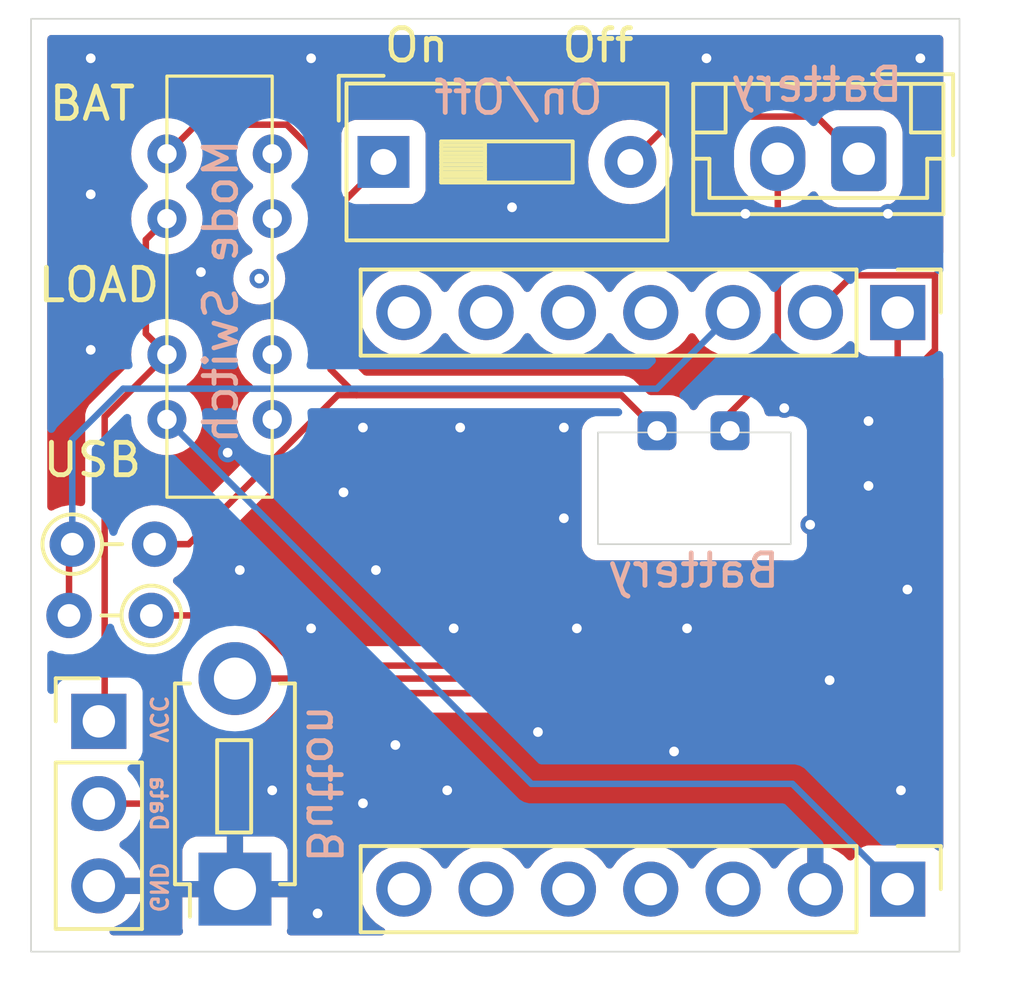
<source format=kicad_pcb>
(kicad_pcb (version 20240108) (generator "pcbnew") (generator_version "8.0")
  (layers (0 "F.Cu" signal) (31 "B.Cu" signal) (34 "B.Paste" user) (35 "F.Paste" user) (36 "B.SilkS" user "B.Silkscreen") (37 "F.SilkS" user "F.Silkscreen") (38 "B.Mask" user) (39 "F.Mask" user) (44 "Edge.Cuts" user))
  (net 0 "")
  (net 6 "/LEDS")
  (net 10 "/Battery-Measurement")
  (net 14 "/BTN")
  (net 16 "GND (ESP)")
  (net 17 "Net-(J5-Pin_1)")
  (net 18 "5V (USB)")
  (net 19 "3,3V (ESP)")
  (net 20 "3,7V (BAT)")
  (net 21 "VCC (Stripe)")
  (net 22 "GND (Battery)")
  (footprint "Button_Switch_THT:SW_DIP_SPSTx01_Slide_9.78x4.72mm_W7.62mm_P2.54mm" (layer "F.Cu") (at 189.8325 30.8)
    (property "Reference" "SW1" (hide yes))
    (property "Value" "SW_DIP_x01" (hide yes))
    (fp_line (start -1.38 -2.66) (end -1.38 -1.277) (stroke (width 0.12)) (layer "F.SilkS"))
    (fp_line (start -1.38 -2.66) (end 0.004 -2.66) (stroke (width 0.12)) (layer "F.SilkS"))
    (fp_line (start -1.14 -2.42) (end -1.14 2.42) (stroke (width 0.12)) (layer "F.SilkS"))
    (fp_line (start -1.14 -2.42) (end 8.76 -2.42) (stroke (width 0.12)) (layer "F.SilkS"))
    (fp_line (start -1.14 2.42) (end 8.76 2.42) (stroke (width 0.12)) (layer "F.SilkS"))
    (fp_line (start 1.78 -0.635) (end 1.78 0.635) (stroke (width 0.12)) (layer "F.SilkS"))
    (fp_line (start 1.78 -0.515) (end 3.133333 -0.515) (stroke (width 0.12)) (layer "F.SilkS"))
    (fp_line (start 1.78 -0.395) (end 3.133333 -0.395) (stroke (width 0.12)) (layer "F.SilkS"))
    (fp_line (start 1.78 -0.275) (end 3.133333 -0.275) (stroke (width 0.12)) (layer "F.SilkS"))
    (fp_line (start 1.78 -0.155) (end 3.133333 -0.155) (stroke (width 0.12)) (layer "F.SilkS"))
    (fp_line (start 1.78 -0.035) (end 3.133333 -0.035) (stroke (width 0.12)) (layer "F.SilkS"))
    (fp_line (start 1.78 0.085) (end 3.133333 0.085) (stroke (width 0.12)) (layer "F.SilkS"))
    (fp_line (start 1.78 0.205) (end 3.133333 0.205) (stroke (width 0.12)) (layer "F.SilkS"))
    (fp_line (start 1.78 0.325) (end 3.133333 0.325) (stroke (width 0.12)) (layer "F.SilkS"))
    (fp_line (start 1.78 0.445) (end 3.133333 0.445) (stroke (width 0.12)) (layer "F.SilkS"))
    (fp_line (start 1.78 0.565) (end 3.133333 0.565) (stroke (width 0.12)) (layer "F.SilkS"))
    (fp_line (start 1.78 0.635) (end 5.84 0.635) (stroke (width 0.12)) (layer "F.SilkS"))
    (fp_line (start 3.133333 -0.635) (end 3.133333 0.635) (stroke (width 0.12)) (layer "F.SilkS"))
    (fp_line (start 5.84 -0.635) (end 1.78 -0.635) (stroke (width 0.12)) (layer "F.SilkS"))
    (fp_line (start 5.84 0.635) (end 5.84 -0.635) (stroke (width 0.12)) (layer "F.SilkS"))
    (fp_line (start 8.76 -2.42) (end 8.76 2.42) (stroke (width 0.12)) (layer "F.SilkS"))
    (pad "1" thru_hole rect (at 0 0) (size 1.6 1.6) (drill 0.8) (layers "*.Cu" "*.Mask") (net 20 "3,7V (BAT)"))
    (pad "2" thru_hole oval (at 7.62 0) (size 1.6 1.6) (drill 0.8) (layers "*.Cu" "*.Mask") (net 17 "Net-(J5-Pin_1)"))
  )
  (footprint "Button_Switch_THT:SW_PUSH_1P1T_6x3.5mm_H5.0_APEM_MJTP1250" (layer "F.Cu") (at 185.25 53.25 90)
    (property "Reference" "SW2" (hide yes))
    (property "Value" "SW_Push" (hide yes))
    (fp_line (start 6.35 -1.85) (end 0.15 -1.85) (stroke (width 0.12)) (layer "F.SilkS"))
    (fp_line (start 6.35 -1.85) (end 6.35 -1.39) (stroke (width 0.12)) (layer "F.SilkS"))
    (fp_line (start 0.15 -1.85) (end 0.15 -1.39) (stroke (width 0.12)) (layer "F.SilkS"))
    (fp_line (start 0.15 -1.39) (end -0.85 -1.39) (stroke (width 0.12)) (layer "F.SilkS"))
    (fp_line (start 6.35 1.39) (end 6.35 1.85) (stroke (width 0.12)) (layer "F.SilkS"))
    (fp_line (start 0.15 1.39) (end 0.15 1.85) (stroke (width 0.12)) (layer "F.SilkS"))
    (fp_line (start 0.15 1.85) (end 6.35 1.85) (stroke (width 0.12)) (layer "F.SilkS"))
    (fp_rect (start 1.75 -0.55) (end 4.6 0.5) (stroke (width 0.12)) (fill none) (layer "F.SilkS"))
    (pad "1" thru_hole rect (at 0 0 180) (size 2.25 2.25) (drill 1.3) (layers "*.Cu" "*.Mask") (net 16 "GND (ESP)"))
    (pad "2" thru_hole circle (at 6.5 0 180) (size 2.25 2.25) (drill 1.3) (layers "*.Cu" "*.Mask") (net 14 "/BTN"))
  )
  (footprint "Library-SeeedStudio-Esp32C3-Battery-Pad-Surfacemount:Battery-Adapter" (layer "F.Cu") (at 198.275 39.1)
    (property "Reference" "J4" (hide yes))
    (property "Value" "Conn_01x02" (hide yes))
    (pad "1" thru_hole roundrect (at 0 0) (size 1.2 1.2) (drill 0.6) (property pad_prop_castellated) (layers "*.Cu" "*.Mask") (roundrect_rratio 0.2083333333) (net 20 "3,7V (BAT)"))
    (pad "2" thru_hole roundrect (at 2.25 0) (size 1.2 1.2) (drill 0.6) (layers "*.Cu" "*.Mask") (roundrect_rratio 0.2083333333) (net 22 "GND (Battery)"))
  )
  (footprint "Library-MSS-2336-DTE:MSS-2336" (layer "F.Cu") (at 186.4 30.55 -90)
    (property "Reference" "SW" (hide yes))
    (property "Value" "~" (hide yes))
    (fp_rect (start -2.4 0) (end 10.6 3.25) (stroke (width 0.1)) (fill none) (layer "F.SilkS"))
    (pad "1" thru_hole circle (at 0 3.25 270) (size 1.2 1.2) (drill 0.6) (layers "*.Cu" "*.Mask") (net 20 "3,7V (BAT)"))
    (pad "2" thru_hole circle (at 2 3.25 270) (size 1.2 1.2) (drill 0.6) (layers "*.Cu" "*.Mask") (net 21 "VCC (Stripe)"))
    (pad "3" thru_hole circle (at 6.2 3.25 270) (size 1.2 1.2) (drill 0.6) (layers "*.Cu" "*.Mask") (net 21 "VCC (Stripe)"))
    (pad "4" thru_hole circle (at 8.2 3.25 270) (size 1.2 1.2) (drill 0.6) (layers "*.Cu" "*.Mask") (net 18 "5V (USB)"))
    (pad "5" thru_hole circle (at 0 0 270) (size 1.2 1.2) (drill 0.6) (layers "*.Cu" "*.Mask"))
    (pad "6" thru_hole circle (at 2 0 270) (size 1.2 1.2) (drill 0.6) (layers "*.Cu" "*.Mask"))
    (pad "7" thru_hole circle (at 6.2 0 270) (size 1.2 1.2) (drill 0.6) (layers "*.Cu" "*.Mask"))
    (pad "8" thru_hole circle (at 8.2 0 270) (size 1.2 1.2) (drill 0.6) (layers "*.Cu" "*.Mask"))
  )
  (footprint "Resistor_THT:R_Axial_DIN0204_L3.6mm_D1.6mm_P2.54mm_Vertical" (layer "F.Cu") (at 180.23 42.6)
    (property "Reference" "R2" (hide yes))
    (property "Value" "R" (hide yes))
    (fp_line (start 0.92 0) (end 1.54 0) (stroke (width 0.12)) (layer "F.SilkS"))
    (fp_circle (center 0 0) (end 0.92 0) (stroke (width 0.12)) (fill none) (layer "F.SilkS"))
    (pad "1" thru_hole circle (at 0 0) (size 1.4 1.4) (drill 0.7) (layers "*.Cu" "*.Mask") (net 10 "/Battery-Measurement"))
    (pad "2" thru_hole oval (at 2.54 0) (size 1.4 1.4) (drill 0.7) (layers "*.Cu" "*.Mask") (net 20 "3,7V (BAT)"))
  )
  (footprint "Connector_PinHeader_2.54mm:PinHeader_1x03_P2.54mm_Vertical" (layer "F.Cu") (at 181.05 48.07)
    (property "Reference" "J3" (hide yes))
    (property "Value" "Conn_01x03_Pin" (hide yes))
    (fp_line (start -1.33 -1.33) (end 0 -1.33) (stroke (width 0.12)) (layer "F.SilkS"))
    (fp_line (start -1.33 0) (end -1.33 -1.33) (stroke (width 0.12)) (layer "F.SilkS"))
    (fp_line (start -1.33 1.27) (end -1.33 6.41) (stroke (width 0.12)) (layer "F.SilkS"))
    (fp_line (start -1.33 1.27) (end 1.33 1.27) (stroke (width 0.12)) (layer "F.SilkS"))
    (fp_line (start -1.33 6.41) (end 1.33 6.41) (stroke (width 0.12)) (layer "F.SilkS"))
    (fp_line (start 1.33 1.27) (end 1.33 6.41) (stroke (width 0.12)) (layer "F.SilkS"))
    (pad "1" thru_hole rect (at 0 0) (size 1.7 1.7) (drill 1) (layers "*.Cu" "*.Mask") (net 21 "VCC (Stripe)"))
    (pad "2" thru_hole oval (at 0 2.54) (size 1.7 1.7) (drill 1) (layers "*.Cu" "*.Mask") (net 6 "/LEDS"))
    (pad "3" thru_hole oval (at 0 5.08) (size 1.7 1.7) (drill 1) (layers "*.Cu" "*.Mask") (net 16 "GND (ESP)"))
  )
  (footprint "Connector_PinHeader_2.54mm:PinHeader_1x07_P2.54mm_Vertical" (layer "F.Cu") (at 205.7 35.45 -90)
    (property "Reference" "J2" (hide yes))
    (property "Value" "Conn_01x07_Pin" (hide yes))
    (fp_line (start -1.33 16.57) (end 1.33 16.57) (stroke (width 0.12)) (layer "F.SilkS"))
    (fp_line (start -1.33 1.27) (end -1.33 16.57) (stroke (width 0.12)) (layer "F.SilkS"))
    (fp_line (start -1.33 1.27) (end 1.33 1.27) (stroke (width 0.12)) (layer "F.SilkS"))
    (fp_line (start 1.33 1.27) (end 1.33 16.57) (stroke (width 0.12)) (layer "F.SilkS"))
    (fp_line (start -1.33 0) (end -1.33 -1.33) (stroke (width 0.12)) (layer "F.SilkS"))
    (fp_line (start -1.33 -1.33) (end 0 -1.33) (stroke (width 0.12)) (layer "F.SilkS"))
    (pad "1" thru_hole rect (at 0 0 270) (size 1.7 1.7) (drill 1) (layers "*.Cu" "*.Mask") (net 14 "/BTN"))
    (pad "2" thru_hole oval (at 0 2.54 270) (size 1.7 1.7) (drill 1) (layers "*.Cu" "*.Mask") (net 6 "/LEDS"))
    (pad "3" thru_hole oval (at 0 5.08 270) (size 1.7 1.7) (drill 1) (layers "*.Cu" "*.Mask") (net 10 "/Battery-Measurement"))
    (pad "4" thru_hole oval (at 0 7.62 270) (size 1.7 1.7) (drill 1) (layers "*.Cu" "*.Mask"))
    (pad "5" thru_hole oval (at 0 10.16 270) (size 1.7 1.7) (drill 1) (layers "*.Cu" "*.Mask"))
    (pad "6" thru_hole oval (at 0 12.7 270) (size 1.7 1.7) (drill 1) (layers "*.Cu" "*.Mask"))
    (pad "7" thru_hole oval (at 0 15.24 270) (size 1.7 1.7) (drill 1) (layers "*.Cu" "*.Mask"))
  )
  (footprint "Resistor_THT:R_Axial_DIN0204_L3.6mm_D1.6mm_P2.54mm_Vertical" (layer "F.Cu") (at 182.67 44.8 180)
    (property "Reference" "R1" (hide yes))
    (property "Value" "R" (hide yes))
    (fp_line (start 0.92 0) (end 1.54 0) (stroke (width 0.12)) (layer "F.SilkS"))
    (fp_circle (center 0 0) (end 0.92 0) (stroke (width 0.12)) (fill none) (layer "F.SilkS"))
    (pad "1" thru_hole circle (at 0 0 180) (size 1.4 1.4) (drill 0.7) (layers "*.Cu" "*.Mask") (net 22 "GND (Battery)"))
    (pad "2" thru_hole oval (at 2.54 0 180) (size 1.4 1.4) (drill 0.7) (layers "*.Cu" "*.Mask") (net 10 "/Battery-Measurement"))
  )
  (footprint "Connector_JST:JST_EH_B2B-EH-A_1x02_P2.50mm_Vertical" (layer "F.Cu") (at 204.5 30.7 180)
    (property "Reference" "J5" (hide yes))
    (property "Value" "Conn_01x02" (hide yes))
    (fp_line (start 5.11 2.31) (end 5.11 -1.71) (stroke (width 0.12)) (layer "F.SilkS"))
    (fp_line (start 5.11 0.81) (end 4.11 0.81) (stroke (width 0.12)) (layer "F.SilkS"))
    (fp_line (start 5.11 -1.71) (end -2.61 -1.71) (stroke (width 0.12)) (layer "F.SilkS"))
    (fp_line (start 4.61 0) (end 5.11 0) (stroke (width 0.12)) (layer "F.SilkS"))
    (fp_line (start 4.61 -1.21) (end 4.61 0) (stroke (width 0.12)) (layer "F.SilkS"))
    (fp_line (start 4.11 0.81) (end 4.11 2.31) (stroke (width 0.12)) (layer "F.SilkS"))
    (fp_line (start -1.61 0.81) (end -1.61 2.31) (stroke (width 0.12)) (layer "F.SilkS"))
    (fp_line (start -2.11 0) (end -2.11 -1.21) (stroke (width 0.12)) (layer "F.SilkS"))
    (fp_line (start -2.11 -1.21) (end 4.61 -1.21) (stroke (width 0.12)) (layer "F.SilkS"))
    (fp_line (start -2.61 2.31) (end 5.11 2.31) (stroke (width 0.12)) (layer "F.SilkS"))
    (fp_line (start -2.61 0.81) (end -1.61 0.81) (stroke (width 0.12)) (layer "F.SilkS"))
    (fp_line (start -2.61 0) (end -2.11 0) (stroke (width 0.12)) (layer "F.SilkS"))
    (fp_line (start -2.61 -1.71) (end -2.61 2.31) (stroke (width 0.12)) (layer "F.SilkS"))
    (fp_line (start -2.91 2.61) (end -0.41 2.61) (stroke (width 0.12)) (layer "F.SilkS"))
    (fp_line (start -2.91 0.11) (end -2.91 2.61) (stroke (width 0.12)) (layer "F.SilkS"))
    (pad "1" thru_hole roundrect (at 0 0 180) (size 1.7 2) (drill 1) (layers "*.Cu" "*.Mask") (roundrect_rratio 0.147059) (net 17 "Net-(J5-Pin_1)"))
    (pad "2" thru_hole oval (at 2.5 0 180) (size 1.7 2) (drill 1) (layers "*.Cu" "*.Mask") (net 22 "GND (Battery)"))
  )
  (footprint "Connector_PinHeader_2.54mm:PinHeader_1x07_P2.54mm_Vertical" (layer "F.Cu") (at 205.7 53.25 -90)
    (property "Reference" "J1" (hide yes))
    (property "Value" "Conn_01x07_Pin" (hide yes))
    (fp_line (start -1.33 16.57) (end 1.33 16.57) (stroke (width 0.12)) (layer "F.SilkS"))
    (fp_line (start -1.33 1.27) (end -1.33 16.57) (stroke (width 0.12)) (layer "F.SilkS"))
    (fp_line (start -1.33 1.27) (end 1.33 1.27) (stroke (width 0.12)) (layer "F.SilkS"))
    (fp_line (start 1.33 1.27) (end 1.33 16.57) (stroke (width 0.12)) (layer "F.SilkS"))
    (fp_line (start -1.33 0) (end -1.33 -1.33) (stroke (width 0.12)) (layer "F.SilkS"))
    (fp_line (start -1.33 -1.33) (end 0 -1.33) (stroke (width 0.12)) (layer "F.SilkS"))
    (pad "1" thru_hole rect (at 0 0 270) (size 1.7 1.7) (drill 1) (layers "*.Cu" "*.Mask") (net 18 "5V (USB)"))
    (pad "2" thru_hole oval (at 0 2.54 270) (size 1.7 1.7) (drill 1) (layers "*.Cu" "*.Mask") (net 16 "GND (ESP)"))
    (pad "3" thru_hole oval (at 0 5.08 270) (size 1.7 1.7) (drill 1) (layers "*.Cu" "*.Mask") (net 19 "3,3V (ESP)"))
    (pad "4" thru_hole oval (at 0 7.62 270) (size 1.7 1.7) (drill 1) (layers "*.Cu" "*.Mask"))
    (pad "5" thru_hole oval (at 0 10.16 270) (size 1.7 1.7) (drill 1) (layers "*.Cu" "*.Mask"))
    (pad "6" thru_hole oval (at 0 12.7 270) (size 1.7 1.7) (drill 1) (layers "*.Cu" "*.Mask"))
    (pad "7" thru_hole oval (at 0 15.24 270) (size 1.7 1.7) (drill 1) (layers "*.Cu" "*.Mask"))
  )
  (gr_rect (start 196.45 39.15) (end 202.4 42.6) (stroke (width 0.05)) (fill none) (layer "Edge.Cuts"))
  (gr_rect (start 178.957711 26.379872) (end 207.607711 55.179872) (stroke (width 0.05)) (fill none) (layer "Edge.Cuts"))
  (gr_text "Battery" (at 203.2 29 0) (layer "B.SilkS") (effects (font (size 1 1)) (justify bottom mirror)))
  (gr_text "Button" (at 187.4 50 -90) (layer "B.SilkS") (effects (font (size 1 1)) (justify bottom mirror)))
  (gr_text "Battery" (at 199.4 44 0) (layer "B.SilkS") (effects (font (size 1 1)) (justify bottom mirror)))
  (gr_text "VCC" (at 182.6 48 -90) (layer "B.SilkS") (effects (font (size 0.5 0.5) (thickness 0.1) (bold yes)) (justify bottom mirror)))
  (gr_text "GND" (at 182.6 53.2 270) (layer "B.SilkS") (effects (font (size 0.5 0.5) (thickness 0.1) (bold yes)) (justify bottom mirror)))
  (gr_text "Mode Switch" (at 185.4 34.8 90) (layer "B.SilkS") (effects (font (size 1 1)) (justify bottom mirror)))
  (gr_text "On/Off" (at 194 29.4 0) (layer "B.SilkS") (effects (font (size 1 1)) (justify bottom mirror)))
  (gr_text "Data" (at 182.6 50.6 270) (layer "B.SilkS") (effects (font (size 0.5 0.5) (thickness 0.1) (bold yes)) (justify bottom mirror)))
  (gr_text "USB" (at 180.85 40 0) (layer "F.SilkS") (effects (font (size 1 1))))
  (gr_text "BAT" (at 180.85 29 0) (layer "F.SilkS") (effects (font (size 1 1))))
  (gr_text "LOAD" (at 181.05 34.6 0) (layer "F.SilkS") (effects (font (size 1 1))))
  (gr_text "Off" (at 196.4525 27.2 0) (layer "F.SilkS") (effects (font (size 1 1))))
  (gr_text "On" (at 190.8525 27.2 0) (layer "F.SilkS") (effects (font (size 1 1))))
  (via (at 186 34.4) (size 0.6) (drill 0.3) (layers "F.Cu" "B.Cu") (net 0))
  (segment (start 181.05 50.61) (end 183.79 50.61) (width 0.2) (layer "F.Cu") (net 6))
  (segment (start 187.2 47.2) (end 200.4 47.2) (width 0.2) (layer "F.Cu") (net 6))
  (segment (start 206.85 36.6) (end 206.85 34.3) (width 0.2) (layer "F.Cu") (net 6))
  (segment (start 200.4 47.2) (end 206.1 41.5) (width 0.2) (layer "F.Cu") (net 6))
  (segment (start 206.1 37.35) (end 206.85 36.6) (width 0.2) (layer "F.Cu") (net 6))
  (segment (start 183.79 50.61) (end 187.2 47.2) (width 0.2) (layer "F.Cu") (net 6))
  (segment (start 204.31 34.3) (end 203.16 35.45) (width 0.2) (layer "F.Cu") (net 6))
  (segment (start 206.1 41.5) (end 206.1 37.35) (width 0.2) (layer "F.Cu") (net 6))
  (segment (start 206.85 34.3) (end 204.31 34.3) (width 0.2) (layer "F.Cu") (net 6))
  (segment (start 180.13 44.8) (end 180.13 42.7) (width 0.2) (layer "F.Cu") (net 10))
  (segment (start 180.13 42.7) (end 180.23 42.6) (width 0.2) (layer "F.Cu") (net 10))
  (segment (start 180.23 39.37) (end 181.8 37.8) (width 0.2) (layer "B.Cu") (net 10))
  (segment (start 198.27 37.8) (end 200.62 35.45) (width 0.2) (layer "B.Cu") (net 10))
  (segment (start 180.23 42.6) (end 180.23 39.37) (width 0.2) (layer "B.Cu") (net 10))
  (segment (start 181.8 37.8) (end 198.27 37.8) (width 0.2) (layer "B.Cu") (net 10))
  (segment (start 200.25 46.75) (end 205.7 41.3) (width 0.2) (layer "F.Cu") (net 14))
  (segment (start 205.7 41.3) (end 205.7 35.45) (width 0.2) (layer "F.Cu") (net 14))
  (segment (start 185.25 46.75) (end 200.25 46.75) (width 0.2) (layer "F.Cu") (net 14))
  (via (at 199.8 27.6) (size 0.6) (drill 0.3) (layers "F.Cu" "B.Cu") (net 16))
  (via (at 185.4 43.4) (size 0.6) (drill 0.3) (layers "F.Cu" "B.Cu") (net 16))
  (via (at 202.2 38.4) (size 0.6) (drill 0.3) (layers "F.Cu" "B.Cu") (net 16))
  (via (at 192 45.2) (size 0.6) (drill 0.3) (layers "F.Cu" "B.Cu") (net 16))
  (via (at 204.8 40.8) (size 0.6) (drill 0.3) (layers "F.Cu" "B.Cu") (net 16))
  (via (at 194.6 48.4) (size 0.6) (drill 0.3) (layers "F.Cu" "B.Cu") (net 16))
  (via (at 189.6 43.4) (size 0.6) (drill 0.3) (layers "F.Cu" "B.Cu") (net 16))
  (via (at 204.8 38.8) (size 0.6) (drill 0.3) (layers "F.Cu" "B.Cu") (net 16))
  (via (at 189.2 50.6) (size 0.6) (drill 0.3) (layers "F.Cu" "B.Cu") (net 16))
  (via (at 206 44) (size 0.6) (drill 0.3) (layers "F.Cu" "B.Cu") (net 16))
  (via (at 187.8 54) (size 0.6) (drill 0.3) (layers "F.Cu" "B.Cu") (net 16))
  (via (at 195.4 39) (size 0.6) (drill 0.3) (layers "F.Cu" "B.Cu") (net 16))
  (via (at 180.8 31.8) (size 0.6) (drill 0.3) (layers "F.Cu" "B.Cu") (net 16))
  (via (at 189.2 39) (size 0.6) (drill 0.3) (layers "F.Cu" "B.Cu") (net 16))
  (via (at 201 32.4) (size 0.6) (drill 0.3) (layers "F.Cu" "B.Cu") (net 16))
  (via (at 190.2 48.8) (size 0.6) (drill 0.3) (layers "F.Cu" "B.Cu") (net 16))
  (via (at 188.6 41) (size 0.6) (drill 0.3) (layers "F.Cu" "B.Cu") (net 16))
  (via (at 186.4 50.2) (size 0.6) (drill 0.3) (layers "F.Cu" "B.Cu") (net 16))
  (via (at 180.8 36.6) (size 0.6) (drill 0.3) (layers "F.Cu" "B.Cu") (net 16))
  (via (at 184.2 34.2) (size 0.6) (drill 0.3) (layers "F.Cu" "B.Cu") (net 16))
  (via (at 191.8 50.2) (size 0.6) (drill 0.3) (layers "F.Cu" "B.Cu") (net 16))
  (via (at 180.8 27.6) (size 0.6) (drill 0.3) (layers "F.Cu" "B.Cu") (net 16))
  (via (at 206.4 27.6) (size 0.6) (drill 0.3) (layers "F.Cu" "B.Cu") (net 16))
  (via (at 203.6 46.8) (size 0.6) (drill 0.3) (layers "F.Cu" "B.Cu") (net 16))
  (via (at 185.024265 39.775735) (size 0.6) (drill 0.3) (layers "F.Cu" "B.Cu") (net 16))
  (via (at 187.6 27.6) (size 0.6) (drill 0.3) (layers "F.Cu" "B.Cu") (net 16))
  (via (at 205.4 32.4) (size 0.6) (drill 0.3) (layers "F.Cu" "B.Cu") (net 16))
  (via (at 199.2 45.2) (size 0.6) (drill 0.3) (layers "F.Cu" "B.Cu") (net 16))
  (via (at 195.8 45.2) (size 0.6) (drill 0.3) (layers "F.Cu" "B.Cu") (net 16))
  (via (at 193.8 32.2) (size 0.6) (drill 0.3) (layers "F.Cu" "B.Cu") (net 16))
  (via (at 187.6 45.2) (size 0.6) (drill 0.3) (layers "F.Cu" "B.Cu") (net 16))
  (via (at 198.8 49) (size 0.6) (drill 0.3) (layers "F.Cu" "B.Cu") (net 16))
  (via (at 195.4 41.8) (size 0.6) (drill 0.3) (layers "F.Cu" "B.Cu") (net 16))
  (via (at 205.8 50.2) (size 0.6) (drill 0.3) (layers "F.Cu" "B.Cu") (net 16))
  (via (at 192.2 39) (size 0.6) (drill 0.3) (layers "F.Cu" "B.Cu") (net 16))
  (via (at 203 42) (size 0.6) (drill 0.3) (layers "F.Cu" "B.Cu") (net 16))
  (segment (start 198.8525 29.4) (end 197.4525 30.8) (width 0.2) (layer "F.Cu") (net 17))
  (segment (start 203.2 29.4) (end 198.8525 29.4) (width 0.2) (layer "F.Cu") (net 17))
  (segment (start 204.5 30.7) (end 203.2 29.4) (width 0.2) (layer "F.Cu") (net 17))
  (segment (start 194.4 50) (end 183.15 38.75) (width 0.2) (layer "B.Cu") (net 18))
  (segment (start 205.7 53.25) (end 202.45 50) (width 0.2) (layer "B.Cu") (net 18))
  (segment (start 202.45 50) (end 194.4 50) (width 0.2) (layer "B.Cu") (net 18))
  (segment (start 184.05 29.65) (end 186.85 29.65) (width 0.2) (layer "F.Cu") (net 20))
  (segment (start 183.15 30.55) (end 184.05 29.65) (width 0.2) (layer "F.Cu") (net 20))
  (segment (start 188.2 37.2) (end 188.2 32.4325) (width 0.2) (layer "F.Cu") (net 20))
  (segment (start 183.822793 42.6) (end 188.422793 38) (width 0.2) (layer "F.Cu") (net 20))
  (segment (start 189 38) (end 188.2 37.2) (width 0.2) (layer "F.Cu") (net 20))
  (segment (start 188.2 31) (end 188.2 32.4325) (width 0.2) (layer "F.Cu") (net 20))
  (segment (start 197.175 38) (end 189 38) (width 0.2) (layer "F.Cu") (net 20))
  (segment (start 188.2 32.4325) (end 189.8325 30.8) (width 0.2) (layer "F.Cu") (net 20))
  (segment (start 198.275 39.1) (end 197.175 38) (width 0.2) (layer "F.Cu") (net 20))
  (segment (start 186.85 29.65) (end 188.2 31) (width 0.2) (layer "F.Cu") (net 20))
  (segment (start 182.77 42.6) (end 183.822793 42.6) (width 0.2) (layer "F.Cu") (net 20))
  (segment (start 188.422793 38) (end 189 38) (width 0.2) (layer "F.Cu") (net 20))
  (segment (start 182.5 36.1) (end 183.15 36.75) (width 0.2) (layer "F.Cu") (net 21))
  (segment (start 181.23 47.89) (end 181.05 48.07) (width 0.2) (layer "F.Cu") (net 21))
  (segment (start 182.5 33.2) (end 182.5 36.1) (width 0.2) (layer "F.Cu") (net 21))
  (segment (start 183.15 36.75) (end 181.23 38.67) (width 0.2) (layer "F.Cu") (net 21))
  (segment (start 183.15 32.55) (end 182.5 33.2) (width 0.2) (layer "F.Cu") (net 21))
  (segment (start 181.23 38.67) (end 181.23 47.89) (width 0.2) (layer "F.Cu") (net 21))
  (segment (start 201.85 30.8) (end 201.95 30.7) (width 0.2) (layer "F.Cu") (net 22))
  (segment (start 187.15 46.35) (end 200.05 46.35) (width 0.2) (layer "F.Cu") (net 22))
  (segment (start 203.8 42.6) (end 203.8 38.855) (width 0.2) (layer "F.Cu") (net 22))
  (segment (start 185.6 44.8) (end 187.15 46.35) (width 0.2) (layer "F.Cu") (net 22))
  (segment (start 202.01 37.065) (end 200.525 38.55) (width 0.2) (layer "F.Cu") (net 22))
  (segment (start 202 37.055) (end 202.01 37.065) (width 0.2) (layer "F.Cu") (net 22))
  (segment (start 182.67 44.8) (end 185.6 44.8) (width 0.2) (layer "F.Cu") (net 22))
  (segment (start 200.05 46.35) (end 203.8 42.6) (width 0.2) (layer "F.Cu") (net 22))
  (segment (start 202 30.7) (end 202 37.055) (width 0.2) (layer "F.Cu") (net 22))
  (segment (start 203.8 38.855) (end 202.01 37.065) (width 0.2) (layer "F.Cu") (net 22))
  (zone (net 16) (net_name "GND (ESP)") (layers "F&B.Cu") (connect_pads (clearance 0.5)) (min_thickness 0.25) (fill yes (thermal_gap 0.5) (thermal_bridge_width 0.5))
    (polygon (pts (xy 178.2 25.8) (xy 209.6 25.8) (xy 209.6 56.2) (xy 178 56.2)))
  )
)
</source>
